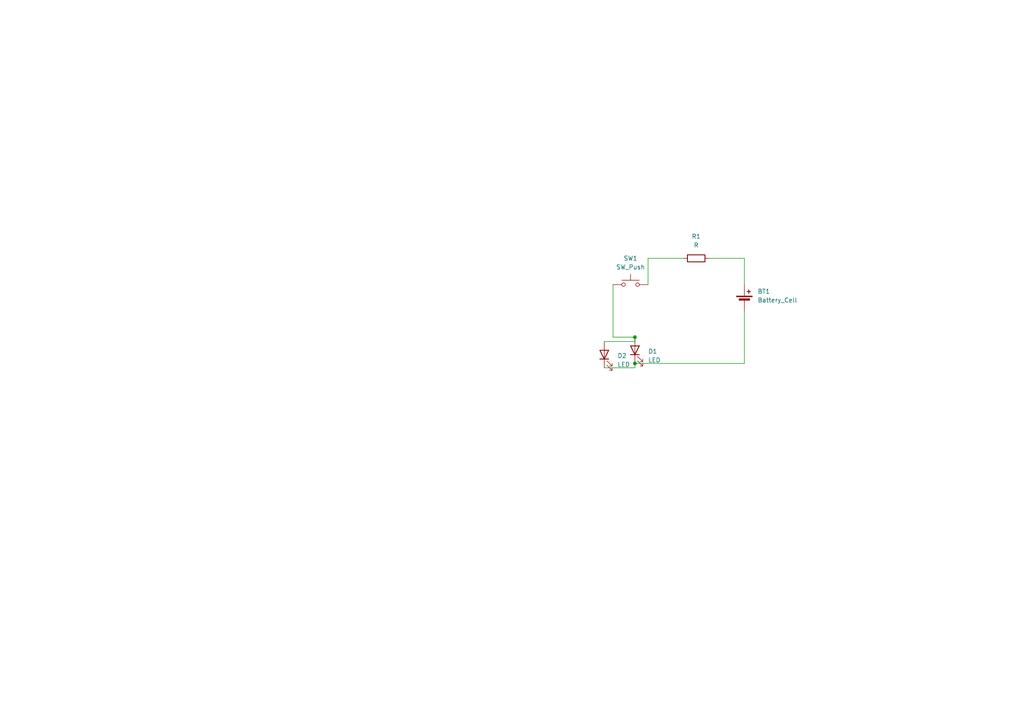
<source format=kicad_sch>
(kicad_sch (version 20250114) (generator "eeschema") (generator_version "9.0")
  (paper "A4")
  (lib_symbols
    (symbol "Device:Battery_Cell" (pin_numbers (hide yes)) (pin_names (offset 0) (hide yes))
      (property "Reference" "BT" (at 2.54 2.54 0))
      (property "Value" "Battery_Cell" (at 2.54 0 0))
      (symbol "Battery_Cell_0_1"
        (rectangle (start -2.286 1.778) (end 2.286 1.524) (fill (type outline)))
        (rectangle (start -1.524 1.016) (end 1.524 0.508) (fill (type outline)))
        (polyline (pts (xy 0 1.778) (xy 0 2.54)))
        (polyline (pts (xy 0 0.762) (xy 0 0)))
        (polyline (pts (xy 0.762 3.048) (xy 1.778 3.048)) (stroke (width 0.254)))
        (polyline (pts (xy 1.27 3.556) (xy 1.27 2.54)) (stroke (width 0.254)))
      )
      (symbol "Battery_Cell_1_1"
        (pin passive line (at 0 5.08 270) (length 2.54) (name "+") (number "1"))
        (pin passive line (at 0 -2.54 90) (length 2.54) (name "-") (number "2"))
      )
    )
    (symbol "Device:LED" (pin_numbers (hide yes)) (pin_names (offset 1.016) (hide yes))
      (property "Reference" "D" (at 0 2.54 0))
      (property "Value" "LED" (at 0 -2.54 0))
      (symbol "LED_0_1"
        (polyline (pts (xy -3.048 -0.762) (xy -4.572 -2.286) (xy -3.81 -2.286) (xy -4.572 -2.286) (xy -4.572 -1.524)))
        (polyline (pts (xy -1.778 -0.762) (xy -3.302 -2.286) (xy -2.54 -2.286) (xy -3.302 -2.286) (xy -3.302 -1.524)))
        (polyline (pts (xy -1.27 0) (xy 1.27 0)))
        (polyline (pts (xy -1.27 -1.27) (xy -1.27 1.27)) (stroke (width 0.254)))
        (polyline (pts (xy 1.27 -1.27) (xy 1.27 1.27) (xy -1.27 0) (xy 1.27 -1.27)) (stroke (width 0.254)))
      )
      (symbol "LED_1_1"
        (pin passive line (at -3.81 0 0) (length 2.54) (name "K") (number "1"))
        (pin passive line (at 3.81 0 180) (length 2.54) (name "A") (number "2"))
      )
    )
    (symbol "Device:R" (pin_numbers (hide yes)) (pin_names (offset 0))
      (property "Reference" "R" (at 2.032 0 90))
      (property "Value" "R" (at 0 0 90))
      (symbol "R_0_1"
        (rectangle (start -1.016 -2.54) (end 1.016 2.54) (stroke (width 0.254)))
      )
      (symbol "R_1_1"
        (pin passive line (at 0 3.81 270) (length 1.27) (name "~") (number "1"))
        (pin passive line (at 0 -3.81 90) (length 1.27) (name "~") (number "2"))
      )
    )
    (symbol "Switch:SW_Push" (pin_numbers (hide yes)) (pin_names (offset 1.016) (hide yes))
      (property "Reference" "SW" (at 1.27 2.54 0))
      (property "Value" "SW_Push" (at 0 -1.524 0))
      (symbol "SW_Push_0_1"
        (circle (center -2.032 0) (radius 0.508))
        (polyline (pts (xy 0 1.27) (xy 0 3.048)))
        (circle (center 2.032 0) (radius 0.508))
        (polyline (pts (xy 2.54 1.27) (xy -2.54 1.27)))
        (pin passive line (at -5.08 0 0) (length 2.54) (name "1") (number "1"))
        (pin passive line (at 5.08 0 180) (length 2.54) (name "2") (number "2"))
      )
    )
  )
  (junction (at 184.15 105.41))
  (junction (at 184.15 97.79))
  (bus_entry (at 331.47 17.78) (size 2.54 2.54))
  (wire (pts (xy 177.8 97.79) (xy 184.15 97.79)))
  (wire (pts (xy 175.26 106.68) (xy 184.15 106.68)))
  (wire (pts (xy 198.12 74.93) (xy 187.96 74.93)))
  (wire (pts (xy 184.15 106.68) (xy 184.15 105.41)))
  (wire (pts (xy 187.96 74.93) (xy 187.96 82.55)))
  (wire (pts (xy 184.15 105.41) (xy 215.9 105.41)))
  (wire (pts (xy 184.15 99.06) (xy 184.15 97.79)))
  (wire (pts (xy 205.74 74.93) (xy 215.9 74.93)))
  (wire (pts (xy 215.9 74.93) (xy 215.9 82.55)))
  (wire (pts (xy 215.9 105.41) (xy 215.9 90.17)))
  (wire (pts (xy 177.8 82.55) (xy 177.8 97.79)))
  (wire (pts (xy 175.26 99.06) (xy 184.15 99.06)))
  (symbol (lib_id "Device:LED") (at 184.15 101.6 90) (unit 1)
    (property "Reference" "D1" (at 187.96 101.9174 90) (effects (justify right)))
    (property "Value" "LED" (at 187.96 104.4574 90) (effects (justify right)))
    (property "Footprint" "LED_THT:LED_D5.0mm" (effects (hide yes)))
    (property "Description" "Light emitting diode" (effects (hide yes)))
    (property "Sim.Pins" "1=K 2=A" (effects (hide yes)))
  )
  (symbol (lib_id "Device:LED") (at 175.26 102.87 90) (unit 1)
    (property "Reference" "D2" (at 179.07 103.1874 90) (effects (justify right)))
    (property "Value" "LED" (at 179.07 105.7274 90) (effects (justify right)))
    (property "Footprint" "LED_THT:LED_D5.0mm" (effects (hide yes)))
    (property "Description" "Light emitting diode" (effects (hide yes)))
    (property "Sim.Pins" "1=K 2=A" (effects (hide yes)))
  )
  (symbol (lib_id "Device:R") (at 201.93 74.93 90) (unit 1)
    (property "Reference" "R1" (at 201.93 68.58 90))
    (property "Value" "R" (at 201.93 71.12 90))
    (property "Footprint" "Resistor_THT:R_Axial_DIN0207_L6.3mm_D2.5mm_P7.62mm_Horizontal" (effects (hide yes)))
    (property "Description" "Resistor" (effects (hide yes)))
  )
  (symbol (lib_id "Switch:SW_Push") (at 182.88 82.55 0) (unit 1)
    (property "Reference" "SW1" (at 182.88 74.93 0))
    (property "Value" "SW_Push" (at 182.88 77.47 0))
    (property "Footprint" "Button_Switch_THT:SW_PUSH_6mm" (effects (hide yes)))
    (property "Description" "Push button switch, generic, two pins" (effects (hide yes)))
  )
  (symbol (lib_id "Device:Battery_Cell") (at 215.9 87.63 0) (unit 1)
    (property "Reference" "BT1" (at 219.71 84.5184 0) (effects (justify left)))
    (property "Value" "Battery_Cell" (at 219.71 87.0584 0) (effects (justify left)))
    (property "Footprint" "Battery:BatteryHolder_Keystone_3034_1x20mm" (effects (hide yes)))
    (property "Description" "Single-cell battery" (effects (hide yes)))
  )
)
</source>
